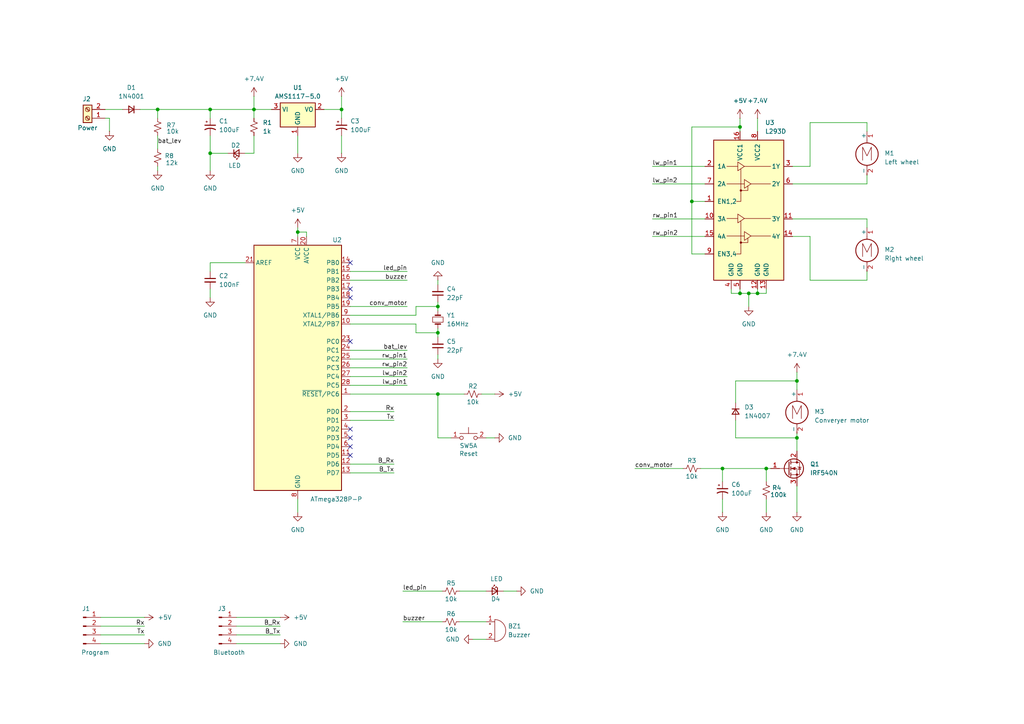
<source format=kicad_sch>
(kicad_sch (version 20231120) (generator "eeschema") (generator_version "8.0")
  (paper "A4")
  (lib_symbols
    (symbol "Connector:Conn_01x04_Pin" (pin_names (offset 1.016) hide)
      (property "Reference" "J" (at 0 5.08 0))
      (property "Value" "Conn_01x04_Pin" (at 0 -7.62 0))
      (symbol "Conn_01x04_Pin_1_1"
        (polyline (pts (xy 1.27 -5.08) (xy 0.8636 -5.08)) (stroke (width 0.1524)))
        (polyline (pts (xy 1.27 -2.54) (xy 0.8636 -2.54)) (stroke (width 0.1524)))
        (polyline (pts (xy 1.27 0) (xy 0.8636 0)) (stroke (width 0.1524)))
        (polyline (pts (xy 1.27 2.54) (xy 0.8636 2.54)) (stroke (width 0.1524)))
        (rectangle (start 0.8636 -4.953) (end 0 -5.207) (stroke (width 0.1524)) (fill (type outline)))
        (rectangle (start 0.8636 -2.413) (end 0 -2.667) (stroke (width 0.1524)) (fill (type outline)))
        (rectangle (start 0.8636 0.127) (end 0 -0.127) (stroke (width 0.1524)) (fill (type outline)))
        (rectangle (start 0.8636 2.667) (end 0 2.413) (stroke (width 0.1524)) (fill (type outline)))
        (pin passive line (at 5.08 2.54 180) (length 3.81) (name "Pin_1") (number "1"))
        (pin passive line (at 5.08 0 180) (length 3.81) (name "Pin_2") (number "2"))
        (pin passive line (at 5.08 -2.54 180) (length 3.81) (name "Pin_3") (number "3"))
        (pin passive line (at 5.08 -5.08 180) (length 3.81) (name "Pin_4") (number "4"))
      )
    )
    (symbol "Connector:Screw_Terminal_01x02" (pin_names (offset 1.016) hide)
      (property "Reference" "J" (at 0 2.54 0))
      (property "Value" "Screw_Terminal_01x02" (at 0 -5.08 0))
      (symbol "Screw_Terminal_01x02_1_1"
        (rectangle (start -1.27 1.27) (end 1.27 -3.81) (stroke (width 0.254)) (fill (type background)))
        (circle (center 0 -2.54) (radius 0.635) (stroke (width 0.1524)))
        (polyline (pts (xy -0.5334 -2.2098) (xy 0.3302 -3.048)) (stroke (width 0.1524)))
        (polyline (pts (xy -0.5334 0.3302) (xy 0.3302 -0.508)) (stroke (width 0.1524)))
        (polyline (pts (xy -0.3556 -2.032) (xy 0.508 -2.8702)) (stroke (width 0.1524)))
        (polyline (pts (xy -0.3556 0.508) (xy 0.508 -0.3302)) (stroke (width 0.1524)))
        (circle (center 0 0) (radius 0.635) (stroke (width 0.1524)))
        (pin passive line (at -5.08 0 0) (length 3.81) (name "Pin_1") (number "1"))
        (pin passive line (at -5.08 -2.54 0) (length 3.81) (name "Pin_2") (number "2"))
      )
    )
    (symbol "Device:Buzzer" (pin_names (offset 0.0254) hide)
      (property "Reference" "BZ" (at 3.81 1.27 0))
      (property "Value" "Buzzer" (at 3.81 -1.27 0))
      (symbol "Buzzer_0_1"
        (arc (start 0 -3.175) (mid 3.1612 0) (end 0 3.175))
        (polyline (pts (xy -1.651 1.905) (xy -1.143 1.905)))
        (polyline (pts (xy -1.397 2.159) (xy -1.397 1.651)))
        (polyline (pts (xy 0 3.175) (xy 0 -3.175)))
      )
      (symbol "Buzzer_1_1"
        (pin passive line (at -2.54 2.54 0) (length 2.54) (name "+") (number "1"))
        (pin passive line (at -2.54 -2.54 0) (length 2.54) (name "-") (number "2"))
      )
    )
    (symbol "Device:C_Polarized_Small_US" (pin_numbers hide) (pin_names (offset 0.254) hide)
      (property "Reference" "C" (at 0.254 1.778 0))
      (property "Value" "C_Polarized_Small_US" (at 0.254 -2.032 0))
      (symbol "C_Polarized_Small_US_0_1"
        (polyline (pts (xy -1.524 0.508) (xy 1.524 0.508)) (stroke (width 0.3048)))
        (polyline (pts (xy -1.27 1.524) (xy -0.762 1.524)))
        (polyline (pts (xy -1.016 1.27) (xy -1.016 1.778)))
        (arc (start 1.524 -0.762) (mid 0 -0.3734) (end -1.524 -0.762) (stroke (width 0.3048)))
      )
      (symbol "C_Polarized_Small_US_1_1"
        (pin passive line (at 0 2.54 270) (length 2.032) (name "~") (number "1"))
        (pin passive line (at 0 -2.54 90) (length 2.032) (name "~") (number "2"))
      )
    )
    (symbol "Device:C_Small" (pin_numbers hide) (pin_names (offset 0.254) hide)
      (property "Reference" "C" (at 0.254 1.778 0))
      (property "Value" "C_Small" (at 0.254 -2.032 0))
      (symbol "C_Small_0_1"
        (polyline (pts (xy -1.524 -0.508) (xy 1.524 -0.508)) (stroke (width 0.3302)))
        (polyline (pts (xy -1.524 0.508) (xy 1.524 0.508)) (stroke (width 0.3048)))
      )
      (symbol "C_Small_1_1"
        (pin passive line (at 0 2.54 270) (length 2.032) (name "~") (number "1"))
        (pin passive line (at 0 -2.54 90) (length 2.032) (name "~") (number "2"))
      )
    )
    (symbol "Device:Crystal_Small" (pin_numbers hide) (pin_names (offset 1.016) hide)
      (property "Reference" "Y" (at 0 2.54 0))
      (property "Value" "Crystal_Small" (at 0 -2.54 0))
      (symbol "Crystal_Small_0_1"
        (rectangle (start -0.762 -1.524) (end 0.762 1.524))
        (polyline (pts (xy -1.27 -0.762) (xy -1.27 0.762)) (stroke (width 0.381)))
        (polyline (pts (xy 1.27 -0.762) (xy 1.27 0.762)) (stroke (width 0.381)))
      )
      (symbol "Crystal_Small_1_1"
        (pin passive line (at -2.54 0 0) (length 1.27) (name "1") (number "1"))
        (pin passive line (at 2.54 0 180) (length 1.27) (name "2") (number "2"))
      )
    )
    (symbol "Device:D_Small" (pin_numbers hide) (pin_names (offset 0.254) hide)
      (property "Reference" "D" (at -1.27 2.032 0))
      (property "Value" "D_Small" (at -3.81 -2.032 0))
      (symbol "D_Small_0_1"
        (polyline (pts (xy -0.762 -1.016) (xy -0.762 1.016)) (stroke (width 0.254)))
        (polyline (pts (xy -0.762 0) (xy 0.762 0)))
        (polyline (pts (xy 0.762 -1.016) (xy -0.762 0) (xy 0.762 1.016) (xy 0.762 -1.016)) (stroke (width 0.254)))
      )
      (symbol "D_Small_1_1"
        (pin passive line (at -2.54 0 0) (length 1.778) (name "K") (number "1"))
        (pin passive line (at 2.54 0 180) (length 1.778) (name "A") (number "2"))
      )
    )
    (symbol "Device:LED_Small" (pin_numbers hide) (pin_names (offset 0.254) hide)
      (property "Reference" "D" (at -1.27 3.175 0))
      (property "Value" "LED_Small" (at -4.445 -2.54 0))
      (symbol "LED_Small_0_1"
        (polyline (pts (xy -0.762 -1.016) (xy -0.762 1.016)) (stroke (width 0.254)))
        (polyline (pts (xy 1.016 0) (xy -0.762 0)))
        (polyline (pts (xy 0.762 -1.016) (xy -0.762 0) (xy 0.762 1.016) (xy 0.762 -1.016)) (stroke (width 0.254)))
        (polyline (pts (xy 0 0.762) (xy -0.508 1.27) (xy -0.254 1.27) (xy -0.508 1.27) (xy -0.508 1.016)))
        (polyline (pts (xy 0.508 1.27) (xy 0 1.778) (xy 0.254 1.778) (xy 0 1.778) (xy 0 1.524)))
      )
      (symbol "LED_Small_1_1"
        (pin passive line (at -2.54 0 0) (length 1.778) (name "K") (number "1"))
        (pin passive line (at 2.54 0 180) (length 1.778) (name "A") (number "2"))
      )
    )
    (symbol "Device:R_Small_US" (pin_numbers hide) (pin_names (offset 0.254) hide)
      (property "Reference" "R" (at 0.762 0.508 0))
      (property "Value" "R_Small_US" (at 0.762 -1.016 0))
      (symbol "R_Small_US_1_1"
        (polyline (pts (xy 0 0) (xy 1.016 -0.381) (xy 0 -0.762) (xy -1.016 -1.143) (xy 0 -1.524)))
        (polyline (pts (xy 0 1.524) (xy 1.016 1.143) (xy 0 0.762) (xy -1.016 0.381) (xy 0 0)))
        (pin passive line (at 0 2.54 270) (length 1.016) (name "~") (number "1"))
        (pin passive line (at 0 -2.54 90) (length 1.016) (name "~") (number "2"))
      )
    )
    (symbol "Driver_Motor:L293D" (pin_names (offset 1.016))
      (property "Reference" "U" (at -5.08 26.035 0))
      (property "Value" "L293D" (at -5.08 24.13 0))
      (symbol "L293D_0_1"
        (rectangle (start -10.16 22.86) (end 10.16 -17.78) (stroke (width 0.254)) (fill (type background)))
        (circle (center -2.286 -6.858) (radius 0.254) (fill (type outline)))
        (circle (center -2.286 8.255) (radius 0.254) (fill (type outline)))
        (polyline (pts (xy -6.35 -4.953) (xy -1.27 -4.953)))
        (polyline (pts (xy -6.35 0.127) (xy -3.175 0.127)))
        (polyline (pts (xy -6.35 10.16) (xy -1.27 10.16)))
        (polyline (pts (xy -6.35 15.24) (xy -3.175 15.24)))
        (polyline (pts (xy -1.27 0.127) (xy 6.35 0.127)))
        (polyline (pts (xy -1.27 15.24) (xy 6.35 15.24)))
        (polyline (pts (xy 0.635 -4.953) (xy 6.35 -4.953)))
        (polyline (pts (xy 0.635 10.16) (xy 6.35 10.16)))
        (polyline (pts (xy -2.286 -6.858) (xy -0.254 -6.858) (xy -0.254 -5.588)))
        (polyline (pts (xy -2.286 -0.635) (xy -2.286 -10.16) (xy -3.556 -10.16)))
        (polyline (pts (xy -2.286 8.255) (xy -0.254 8.255) (xy -0.254 9.525)))
        (polyline (pts (xy -2.286 14.478) (xy -2.286 5.08) (xy -3.556 5.08)))
        (polyline (pts (xy -3.175 1.397) (xy -3.175 -1.143) (xy -1.27 0.127) (xy -3.175 1.397)))
        (polyline (pts (xy -3.175 16.51) (xy -3.175 13.97) (xy -1.27 15.24) (xy -3.175 16.51)))
        (polyline (pts (xy -1.27 -3.683) (xy -1.27 -6.223) (xy 0.635 -4.953) (xy -1.27 -3.683)))
        (polyline (pts (xy -1.27 11.43) (xy -1.27 8.89) (xy 0.635 10.16) (xy -1.27 11.43)))
      )
      (symbol "L293D_1_1"
        (pin input line (at -12.7 5.08 0) (length 2.54) (name "EN1,2") (number "1"))
        (pin input line (at -12.7 0 0) (length 2.54) (name "3A") (number "10"))
        (pin output line (at 12.7 0 180) (length 2.54) (name "3Y") (number "11"))
        (pin power_in line (at 2.54 -20.32 90) (length 2.54) (name "GND") (number "12"))
        (pin power_in line (at 5.08 -20.32 90) (length 2.54) (name "GND") (number "13"))
        (pin output line (at 12.7 -5.08 180) (length 2.54) (name "4Y") (number "14"))
        (pin input line (at -12.7 -5.08 0) (length 2.54) (name "4A") (number "15"))
        (pin power_in line (at -2.54 25.4 270) (length 2.54) (name "VCC1") (number "16"))
        (pin input line (at -12.7 15.24 0) (length 2.54) (name "1A") (number "2"))
        (pin output line (at 12.7 15.24 180) (length 2.54) (name "1Y") (number "3"))
        (pin power_in line (at -5.08 -20.32 90) (length 2.54) (name "GND") (number "4"))
        (pin power_in line (at -2.54 -20.32 90) (length 2.54) (name "GND") (number "5"))
        (pin output line (at 12.7 10.16 180) (length 2.54) (name "2Y") (number "6"))
        (pin input line (at -12.7 10.16 0) (length 2.54) (name "2A") (number "7"))
        (pin power_in line (at 2.54 25.4 270) (length 2.54) (name "VCC2") (number "8"))
        (pin input line (at -12.7 -10.16 0) (length 2.54) (name "EN3,4") (number "9"))
      )
    )
    (symbol "MCU_Microchip_ATmega:ATmega328P-P"
      (property "Reference" "U" (at -12.7 36.83 0))
      (property "Value" "ATmega328P-P" (at 2.54 -36.83 0))
      (symbol "ATmega328P-P_0_1"
        (rectangle (start -12.7 -35.56) (end 12.7 35.56) (stroke (width 0.254)) (fill (type background)))
      )
      (symbol "ATmega328P-P_1_1"
        (pin bidirectional line (at 15.24 -7.62 180) (length 2.54) (name "~{RESET}/PC6") (number "1"))
        (pin bidirectional line (at 15.24 12.7 180) (length 2.54) (name "XTAL2/PB7") (number "10"))
        (pin bidirectional line (at 15.24 -25.4 180) (length 2.54) (name "PD5") (number "11"))
        (pin bidirectional line (at 15.24 -27.94 180) (length 2.54) (name "PD6") (number "12"))
        (pin bidirectional line (at 15.24 -30.48 180) (length 2.54) (name "PD7") (number "13"))
        (pin bidirectional line (at 15.24 30.48 180) (length 2.54) (name "PB0") (number "14"))
        (pin bidirectional line (at 15.24 27.94 180) (length 2.54) (name "PB1") (number "15"))
        (pin bidirectional line (at 15.24 25.4 180) (length 2.54) (name "PB2") (number "16"))
        (pin bidirectional line (at 15.24 22.86 180) (length 2.54) (name "PB3") (number "17"))
        (pin bidirectional line (at 15.24 20.32 180) (length 2.54) (name "PB4") (number "18"))
        (pin bidirectional line (at 15.24 17.78 180) (length 2.54) (name "PB5") (number "19"))
        (pin bidirectional line (at 15.24 -12.7 180) (length 2.54) (name "PD0") (number "2"))
        (pin power_in line (at 2.54 38.1 270) (length 2.54) (name "AVCC") (number "20"))
        (pin passive line (at -15.24 30.48 0) (length 2.54) (name "AREF") (number "21"))
        (pin passive line (at 0 -38.1 90) (length 2.54) hide (name "GND") (number "22"))
        (pin bidirectional line (at 15.24 7.62 180) (length 2.54) (name "PC0") (number "23"))
        (pin bidirectional line (at 15.24 5.08 180) (length 2.54) (name "PC1") (number "24"))
        (pin bidirectional line (at 15.24 2.54 180) (length 2.54) (name "PC2") (number "25"))
        (pin bidirectional line (at 15.24 0 180) (length 2.54) (name "PC3") (number "26"))
        (pin bidirectional line (at 15.24 -2.54 180) (length 2.54) (name "PC4") (number "27"))
        (pin bidirectional line (at 15.24 -5.08 180) (length 2.54) (name "PC5") (number "28"))
        (pin bidirectional line (at 15.24 -15.24 180) (length 2.54) (name "PD1") (number "3"))
        (pin bidirectional line (at 15.24 -17.78 180) (length 2.54) (name "PD2") (number "4"))
        (pin bidirectional line (at 15.24 -20.32 180) (length 2.54) (name "PD3") (number "5"))
        (pin bidirectional line (at 15.24 -22.86 180) (length 2.54) (name "PD4") (number "6"))
        (pin power_in line (at 0 38.1 270) (length 2.54) (name "VCC") (number "7"))
        (pin power_in line (at 0 -38.1 90) (length 2.54) (name "GND") (number "8"))
        (pin bidirectional line (at 15.24 15.24 180) (length 2.54) (name "XTAL1/PB6") (number "9"))
      )
    )
    (symbol "Motor:Motor_DC" (pin_names (offset 0))
      (property "Reference" "M" (at 2.54 2.54 0))
      (property "Value" "Motor_DC" (at 2.54 -5.08 0))
      (symbol "Motor_DC_0_0"
        (polyline (pts (xy -1.27 -3.302) (xy -1.27 0.508) (xy 0 -2.032) (xy 1.27 0.508) (xy 1.27 -3.302)))
      )
      (symbol "Motor_DC_0_1"
        (circle (center 0 -1.524) (radius 3.2512) (stroke (width 0.254)))
        (polyline (pts (xy 0 -7.62) (xy 0 -7.112)))
        (polyline (pts (xy 0 -4.7752) (xy 0 -5.1816)))
        (polyline (pts (xy 0 1.7272) (xy 0 2.0828)))
        (polyline (pts (xy 0 2.032) (xy 0 2.54)))
      )
      (symbol "Motor_DC_1_1"
        (pin passive line (at 0 5.08 270) (length 2.54) (name "+") (number "1"))
        (pin passive line (at 0 -7.62 90) (length 2.54) (name "-") (number "2"))
      )
    )
    (symbol "Regulator_Linear:AMS1117-5.0"
      (property "Reference" "U" (at -3.81 3.175 0))
      (property "Value" "AMS1117-5.0" (at 0 3.175 0))
      (symbol "AMS1117-5.0_0_1"
        (rectangle (start -5.08 -5.08) (end 5.08 1.905) (stroke (width 0.254)) (fill (type background)))
      )
      (symbol "AMS1117-5.0_1_1"
        (pin power_in line (at 0 -7.62 90) (length 2.54) (name "GND") (number "1"))
        (pin power_out line (at 7.62 0 180) (length 2.54) (name "VO") (number "2"))
        (pin power_in line (at -7.62 0 0) (length 2.54) (name "VI") (number "3"))
      )
    )
    (symbol "Switch:SW_Push_Dual_x2" (pin_names (offset 1.016) hide)
      (property "Reference" "SW" (at 1.27 2.54 0))
      (property "Value" "SW_Push_Dual_x2" (at 0 -1.524 0))
      (symbol "SW_Push_Dual_x2_0_1"
        (circle (center -2.032 0) (radius 0.508))
        (polyline (pts (xy 0 1.27) (xy 0 3.048)))
        (polyline (pts (xy 2.54 1.27) (xy -2.54 1.27)))
        (circle (center 2.032 0) (radius 0.508))
      )
      (symbol "SW_Push_Dual_x2_1_1"
        (pin passive line (at -5.08 0 0) (length 2.54) (name "C") (number "1"))
        (pin passive line (at 5.08 0 180) (length 2.54) (name "D") (number "2"))
      )
      (symbol "SW_Push_Dual_x2_2_1"
        (pin passive line (at -5.08 0 0) (length 2.54) (name "C") (number "3"))
        (pin passive line (at 5.08 0 180) (length 2.54) (name "D") (number "4"))
      )
    )
    (symbol "Transistor_FET:IRF540N" (pin_names hide)
      (property "Reference" "Q" (at 5.08 1.905 0))
      (property "Value" "IRF540N" (at 5.08 0 0))
      (symbol "IRF540N_0_1"
        (polyline (pts (xy 0.254 0) (xy -2.54 0)))
        (polyline (pts (xy 0.254 1.905) (xy 0.254 -1.905)) (stroke (width 0.254)))
        (polyline (pts (xy 0.762 -1.27) (xy 0.762 -2.286)) (stroke (width 0.254)))
        (polyline (pts (xy 0.762 0.508) (xy 0.762 -0.508)) (stroke (width 0.254)))
        (polyline (pts (xy 0.762 2.286) (xy 0.762 1.27)) (stroke (width 0.254)))
        (polyline (pts (xy 2.54 2.54) (xy 2.54 1.778)))
        (polyline (pts (xy 2.54 -2.54) (xy 2.54 0) (xy 0.762 0)))
        (polyline (pts (xy 0.762 -1.778) (xy 3.302 -1.778) (xy 3.302 1.778) (xy 0.762 1.778)))
        (polyline (pts (xy 1.016 0) (xy 2.032 0.381) (xy 2.032 -0.381) (xy 1.016 0)) (fill (type outline)))
        (polyline (pts (xy 2.794 0.508) (xy 2.921 0.381) (xy 3.683 0.381) (xy 3.81 0.254)))
        (polyline (pts (xy 3.302 0.381) (xy 2.921 -0.254) (xy 3.683 -0.254) (xy 3.302 0.381)))
        (circle (center 1.651 0) (radius 2.794) (stroke (width 0.254)))
        (circle (center 2.54 -1.778) (radius 0.254) (fill (type outline)))
        (circle (center 2.54 1.778) (radius 0.254) (fill (type outline)))
      )
      (symbol "IRF540N_1_1"
        (pin input line (at -5.08 0 0) (length 2.54) (name "G") (number "1"))
        (pin passive line (at 2.54 5.08 270) (length 2.54) (name "D") (number "2"))
        (pin passive line (at 2.54 -5.08 90) (length 2.54) (name "S") (number "3"))
      )
    )
    (symbol "power:+12V" (power) (pin_numbers hide) (pin_names (offset 0) hide)
      (property "Value" "+12V" (at 0 3.556 0))
      (symbol "+12V_0_1"
        (polyline (pts (xy -0.762 1.27) (xy 0 2.54)))
        (polyline (pts (xy 0 0) (xy 0 2.54)))
        (polyline (pts (xy 0 2.54) (xy 0.762 1.27)))
      )
      (symbol "+12V_1_1"
        (pin power_in line (at 0 0 90) (length 0) (name "~") (number "1"))
      )
    )
    (symbol "power:+5V" (power) (pin_numbers hide) (pin_names (offset 0) hide)
      (property "Value" "+5V" (at 0 3.556 0))
      (symbol "+5V_0_1"
        (polyline (pts (xy -0.762 1.27) (xy 0 2.54)))
        (polyline (pts (xy 0 0) (xy 0 2.54)))
        (polyline (pts (xy 0 2.54) (xy 0.762 1.27)))
      )
      (symbol "+5V_1_1"
        (pin power_in line (at 0 0 90) (length 0) (name "~") (number "1"))
      )
    )
    (symbol "power:GND" (power) (pin_numbers hide) (pin_names (offset 0) hide)
      (property "Value" "GND" (at 0 -3.81 0))
      (symbol "GND_0_1"
        (polyline (pts (xy 0 0) (xy 0 -1.27) (xy 1.27 -1.27) (xy 0 -2.54) (xy -1.27 -1.27) (xy 0 -1.27)))
      )
      (symbol "GND_1_1"
        (pin power_in line (at 0 0 270) (length 0) (name "~") (number "1"))
      )
    )
  )
  (junction (at 86.36 67.31))
  (junction (at 219.71 85.09))
  (junction (at 99.06 31.75))
  (junction (at 73.66 31.75))
  (junction (at 45.72 31.75))
  (junction (at 231.14 110.49))
  (junction (at 127 96.52))
  (junction (at 60.96 44.45))
  (junction (at 209.55 135.89))
  (junction (at 127 114.3))
  (junction (at 200.66 58.42))
  (junction (at 217.17 85.09))
  (junction (at 60.96 31.75))
  (junction (at 222.25 135.89))
  (junction (at 214.63 85.09))
  (junction (at 127 88.9))
  (junction (at 214.63 36.83))
  (junction (at 231.14 127))
  (no_connect (at 101.6 129.54))
  (no_connect (at 101.6 83.82))
  (no_connect (at 101.6 127))
  (no_connect (at 101.6 124.46))
  (no_connect (at 101.6 99.06))
  (no_connect (at 101.6 76.2))
  (no_connect (at 101.6 132.08))
  (no_connect (at 101.6 86.36))
  (wire (pts (xy 101.6 109.22) (xy 118.11 109.22)))
  (wire (pts (xy 251.46 81.28) (xy 251.46 78.74)))
  (wire (pts (xy 189.23 53.34) (xy 204.47 53.34)))
  (wire (pts (xy 45.72 31.75) (xy 45.72 34.29)))
  (wire (pts (xy 137.16 185.42) (xy 140.97 185.42)))
  (wire (pts (xy 229.87 68.58) (xy 234.95 68.58)))
  (wire (pts (xy 214.63 34.29) (xy 214.63 36.83)))
  (wire (pts (xy 231.14 127) (xy 231.14 130.81)))
  (wire (pts (xy 203.2 135.89) (xy 209.55 135.89)))
  (wire (pts (xy 234.95 68.58) (xy 234.95 81.28)))
  (wire (pts (xy 127 95.25) (xy 127 96.52)))
  (wire (pts (xy 209.55 135.89) (xy 209.55 139.7)))
  (wire (pts (xy 86.36 144.78) (xy 86.36 148.59)))
  (wire (pts (xy 234.95 48.26) (xy 234.95 35.56)))
  (wire (pts (xy 234.95 35.56) (xy 251.46 35.56)))
  (wire (pts (xy 101.6 104.14) (xy 118.11 104.14)))
  (wire (pts (xy 116.84 180.34) (xy 128.27 180.34)))
  (wire (pts (xy 101.6 134.62) (xy 114.3 134.62)))
  (wire (pts (xy 223.52 135.89) (xy 222.25 135.89)))
  (wire (pts (xy 231.14 110.49) (xy 213.36 110.49)))
  (wire (pts (xy 101.6 114.3) (xy 127 114.3)))
  (wire (pts (xy 73.66 44.45) (xy 73.66 39.37)))
  (wire (pts (xy 71.12 44.45) (xy 73.66 44.45)))
  (wire (pts (xy 127 127) (xy 130.81 127)))
  (wire (pts (xy 99.06 31.75) (xy 99.06 34.29)))
  (wire (pts (xy 31.75 34.29) (xy 31.75 38.1)))
  (wire (pts (xy 86.36 67.31) (xy 86.36 66.04)))
  (wire (pts (xy 68.58 179.07) (xy 81.28 179.07)))
  (wire (pts (xy 231.14 140.97) (xy 231.14 148.59)))
  (wire (pts (xy 101.6 93.98) (xy 120.65 93.98)))
  (wire (pts (xy 101.6 101.6) (xy 118.11 101.6)))
  (wire (pts (xy 127 114.3) (xy 127 127)))
  (wire (pts (xy 127 88.9) (xy 127 90.17)))
  (wire (pts (xy 200.66 58.42) (xy 200.66 36.83)))
  (wire (pts (xy 133.35 180.34) (xy 140.97 180.34)))
  (wire (pts (xy 40.64 31.75) (xy 45.72 31.75)))
  (wire (pts (xy 200.66 36.83) (xy 214.63 36.83)))
  (wire (pts (xy 231.14 127) (xy 213.36 127)))
  (wire (pts (xy 101.6 78.74) (xy 118.11 78.74)))
  (wire (pts (xy 73.66 31.75) (xy 78.74 31.75)))
  (wire (pts (xy 189.23 48.26) (xy 204.47 48.26)))
  (wire (pts (xy 29.21 179.07) (xy 41.91 179.07)))
  (wire (pts (xy 45.72 39.37) (xy 45.72 43.18)))
  (wire (pts (xy 251.46 35.56) (xy 251.46 38.1)))
  (wire (pts (xy 60.96 76.2) (xy 60.96 78.74)))
  (wire (pts (xy 214.63 36.83) (xy 214.63 38.1)))
  (wire (pts (xy 217.17 88.9) (xy 217.17 85.09)))
  (wire (pts (xy 68.58 184.15) (xy 81.28 184.15)))
  (wire (pts (xy 127 88.9) (xy 120.65 88.9)))
  (wire (pts (xy 231.14 113.03) (xy 231.14 110.49)))
  (wire (pts (xy 73.66 31.75) (xy 73.66 34.29)))
  (wire (pts (xy 116.84 171.45) (xy 128.27 171.45)))
  (wire (pts (xy 101.6 91.44) (xy 120.65 91.44)))
  (wire (pts (xy 30.48 31.75) (xy 35.56 31.75)))
  (wire (pts (xy 229.87 63.5) (xy 251.46 63.5)))
  (wire (pts (xy 231.14 107.95) (xy 231.14 110.49)))
  (wire (pts (xy 99.06 27.94) (xy 99.06 31.75)))
  (wire (pts (xy 86.36 67.31) (xy 86.36 68.58)))
  (wire (pts (xy 140.97 127) (xy 143.51 127)))
  (wire (pts (xy 219.71 83.82) (xy 219.71 85.09)))
  (wire (pts (xy 45.72 48.26) (xy 45.72 49.53)))
  (wire (pts (xy 222.25 135.89) (xy 209.55 135.89)))
  (wire (pts (xy 189.23 63.5) (xy 204.47 63.5)))
  (wire (pts (xy 101.6 88.9) (xy 118.11 88.9)))
  (wire (pts (xy 200.66 73.66) (xy 204.47 73.66)))
  (wire (pts (xy 29.21 184.15) (xy 41.91 184.15)))
  (wire (pts (xy 251.46 63.5) (xy 251.46 66.04)))
  (wire (pts (xy 222.25 144.78) (xy 222.25 148.59)))
  (wire (pts (xy 127 102.87) (xy 127 104.14)))
  (wire (pts (xy 127 81.28) (xy 127 82.55)))
  (wire (pts (xy 30.48 34.29) (xy 31.75 34.29)))
  (wire (pts (xy 213.36 110.49) (xy 213.36 116.84)))
  (wire (pts (xy 68.58 186.69) (xy 81.28 186.69)))
  (wire (pts (xy 127 114.3) (xy 134.62 114.3)))
  (wire (pts (xy 229.87 48.26) (xy 234.95 48.26)))
  (wire (pts (xy 212.09 85.09) (xy 214.63 85.09)))
  (wire (pts (xy 71.12 76.2) (xy 60.96 76.2)))
  (wire (pts (xy 214.63 85.09) (xy 217.17 85.09)))
  (wire (pts (xy 60.96 44.45) (xy 60.96 39.37)))
  (wire (pts (xy 120.65 96.52) (xy 127 96.52)))
  (wire (pts (xy 60.96 44.45) (xy 60.96 49.53)))
  (wire (pts (xy 127 87.63) (xy 127 88.9)))
  (wire (pts (xy 66.04 44.45) (xy 60.96 44.45)))
  (wire (pts (xy 120.65 88.9) (xy 120.65 91.44)))
  (wire (pts (xy 101.6 81.28) (xy 118.11 81.28)))
  (wire (pts (xy 101.6 137.16) (xy 114.3 137.16)))
  (wire (pts (xy 60.96 31.75) (xy 60.96 34.29)))
  (wire (pts (xy 214.63 83.82) (xy 214.63 85.09)))
  (wire (pts (xy 101.6 119.38) (xy 114.3 119.38)))
  (wire (pts (xy 99.06 39.37) (xy 99.06 44.45)))
  (wire (pts (xy 217.17 85.09) (xy 219.71 85.09)))
  (wire (pts (xy 68.58 181.61) (xy 81.28 181.61)))
  (wire (pts (xy 200.66 58.42) (xy 200.66 73.66)))
  (wire (pts (xy 234.95 81.28) (xy 251.46 81.28)))
  (wire (pts (xy 88.9 67.31) (xy 86.36 67.31)))
  (wire (pts (xy 204.47 58.42) (xy 200.66 58.42)))
  (wire (pts (xy 251.46 53.34) (xy 251.46 50.8)))
  (wire (pts (xy 209.55 144.78) (xy 209.55 148.59)))
  (wire (pts (xy 101.6 121.92) (xy 114.3 121.92)))
  (wire (pts (xy 222.25 85.09) (xy 222.25 83.82)))
  (wire (pts (xy 101.6 111.76) (xy 118.11 111.76)))
  (wire (pts (xy 139.7 114.3) (xy 143.51 114.3)))
  (wire (pts (xy 45.72 31.75) (xy 60.96 31.75)))
  (wire (pts (xy 133.35 171.45) (xy 140.97 171.45)))
  (wire (pts (xy 88.9 68.58) (xy 88.9 67.31)))
  (wire (pts (xy 120.65 93.98) (xy 120.65 96.52)))
  (wire (pts (xy 222.25 135.89) (xy 222.25 139.7)))
  (wire (pts (xy 212.09 83.82) (xy 212.09 85.09)))
  (wire (pts (xy 29.21 181.61) (xy 41.91 181.61)))
  (wire (pts (xy 219.71 34.29) (xy 219.71 38.1)))
  (wire (pts (xy 229.87 53.34) (xy 251.46 53.34)))
  (wire (pts (xy 29.21 186.69) (xy 41.91 186.69)))
  (wire (pts (xy 189.23 68.58) (xy 204.47 68.58)))
  (wire (pts (xy 219.71 85.09) (xy 222.25 85.09)))
  (wire (pts (xy 93.98 31.75) (xy 99.06 31.75)))
  (wire (pts (xy 231.14 125.73) (xy 231.14 127)))
  (wire (pts (xy 60.96 83.82) (xy 60.96 86.36)))
  (wire (pts (xy 213.36 127) (xy 213.36 121.92)))
  (wire (pts (xy 60.96 31.75) (xy 73.66 31.75)))
  (wire (pts (xy 146.05 171.45) (xy 149.86 171.45)))
  (wire (pts (xy 73.66 27.94) (xy 73.66 31.75)))
  (wire (pts (xy 86.36 39.37) (xy 86.36 44.45)))
  (wire (pts (xy 184.15 135.89) (xy 198.12 135.89)))
  (wire (pts (xy 127 96.52) (xy 127 97.79)))
  (wire (pts (xy 101.6 106.68) (xy 118.11 106.68)))
  (label "rw_pin2" (at 189.23 68.58 0))
  (label "led_pin" (at 116.84 171.45 0))
  (label "led_pin" (at 118.11 78.74 180))
  (label "rw_pin1" (at 118.11 104.14 180))
  (label "buzzer" (at 118.11 81.28 180))
  (label "rw_pin2" (at 118.11 106.68 180))
  (label "B_Rx" (at 81.28 181.61 180))
  (label "bat_lev" (at 118.11 101.6 180))
  (label "conv_motor" (at 118.11 88.9 180))
  (label "conv_motor" (at 184.15 135.89 0))
  (label "buzzer" (at 116.84 180.34 0))
  (label "lw_pin1" (at 189.23 48.26 0))
  (label "lw_pin2" (at 189.23 53.34 0))
  (label "Tx" (at 114.3 121.92 180))
  (label "lw_pin1" (at 118.11 111.76 180))
  (label "Rx" (at 114.3 119.38 180))
  (label "Rx" (at 41.91 181.61 180))
  (label "rw_pin1" (at 189.23 63.5 0))
  (label "B_Tx" (at 81.28 184.15 180))
  (label "bat_lev" (at 45.72 41.91 0))
  (label "Tx" (at 41.91 184.15 180))
  (label "lw_pin2" (at 118.11 109.22 180))
  (label "B_Rx" (at 114.3 134.62 180))
  (label "B_Tx" (at 114.3 137.16 180))
  (symbol (lib_id "Device:Crystal_Small") (at 127 92.71 90) (unit 1)
    (property "Reference" "Y1" (at 129.54 91.4399 90) (effects (justify right)))
    (property "Value" "16MHz" (at 129.54 93.9799 90) (effects (justify right)))
    (property "Footprint" "Crystal:Crystal_HC50_Vertical" (effects (hide yes)))
    (property "Description" "Two pin crystal, small symbol" (effects (hide yes)))
  )
  (symbol (lib_id "Device:C_Small") (at 127 100.33 180) (unit 1)
    (property "Reference" "C5" (at 129.54 99.0535 0) (effects (justify right)))
    (property "Value" "22pF" (at 129.54 101.5935 0) (effects (justify right)))
    (property "Footprint" "Capacitor_THT:C_Disc_D3.0mm_W1.6mm_P2.50mm" (effects (hide yes)))
    (property "Description" "Unpolarized capacitor, small symbol" (effects (hide yes)))
  )
  (symbol (lib_id "power:+5V") (at 99.06 27.94 0) (unit 1)
    (property "Reference" "#PWR011" (effects (hide yes)))
    (property "Value" "+5V" (at 99.06 22.86 0))
    (property "Description" "Power symbol creates a global label with name \"+5V\"" (effects (hide yes)))
  )
  (symbol (lib_id "power:GND") (at 86.36 44.45 0) (unit 1)
    (property "Reference" "#PWR08" (effects (hide yes)))
    (property "Value" "GND" (at 86.36 49.53 0))
    (property "Description" "Power symbol creates a global label with name \"GND\" , ground" (effects (hide yes)))
  )
  (symbol (lib_id "Device:R_Small_US") (at 73.66 36.83 0) (unit 1)
    (property "Reference" "R1" (at 76.2 35.5599 0) (effects (justify left)))
    (property "Value" "1k" (at 76.2 38.0999 0) (effects (justify left)))
    (property "Footprint" "Resistor_THT:R_Axial_DIN0207_L6.3mm_D2.5mm_P10.16mm_Horizontal" (effects (hide yes)))
    (property "Description" "Resistor, small US symbol" (effects (hide yes)))
  )
  (symbol (lib_id "power:GND") (at 31.75 38.1 0) (unit 1)
    (property "Reference" "#PWR04" (effects (hide yes)))
    (property "Value" "GND" (at 31.75 43.18 0))
    (property "Description" "Power symbol creates a global label with name \"GND\" , ground" (effects (hide yes)))
  )
  (symbol (lib_id "Device:LED_Small") (at 68.58 44.45 0) (mirror x) (unit 1)
    (property "Reference" "D2" (at 68.326 42.164 0))
    (property "Value" "LED" (at 68.072 48.006 0))
    (property "Footprint" "LED_THT:LED_D3.0mm" (effects (hide yes)))
    (property "Description" "Light emitting diode, small symbol" (effects (hide yes)))
  )
  (symbol (lib_id "Device:R_Small_US") (at 222.25 142.24 180) (unit 1)
    (property "Reference" "R4" (at 225.298 141.478 0))
    (property "Value" "100k" (at 225.806 143.51 0))
    (property "Footprint" "Resistor_THT:R_Axial_DIN0207_L6.3mm_D2.5mm_P10.16mm_Horizontal" (effects (hide yes)))
    (property "Description" "Resistor, small US symbol" (effects (hide yes)))
  )
  (symbol (lib_id "power:GND") (at 127 81.28 180) (unit 1)
    (property "Reference" "#PWR013" (effects (hide yes)))
    (property "Value" "GND" (at 127 76.2 0))
    (property "Description" "Power symbol creates a global label with name \"GND\" , ground" (effects (hide yes)))
  )
  (symbol (lib_id "Device:R_Small_US") (at 130.81 180.34 90) (unit 1)
    (property "Reference" "R6" (at 130.81 178.054 90))
    (property "Value" "10k" (at 130.81 182.626 90))
    (property "Footprint" "Resistor_THT:R_Axial_DIN0207_L6.3mm_D2.5mm_P10.16mm_Horizontal" (effects (hide yes)))
    (property "Description" "Resistor, small US symbol" (effects (hide yes)))
  )
  (symbol (lib_id "power:+5V") (at 81.28 179.07 270) (unit 1)
    (property "Reference" "#PWR023" (effects (hide yes)))
    (property "Value" "+5V" (at 85.09 179.0699 90) (effects (justify left)))
    (property "Description" "Power symbol creates a global label with name \"+5V\"" (effects (hide yes)))
  )
  (symbol (lib_id "Transistor_FET:IRF540N") (at 228.6 135.89 0) (unit 1)
    (property "Reference" "Q1" (at 234.95 134.6199 0) (effects (justify left)))
    (property "Value" "IRF540N" (at 234.95 137.1599 0) (effects (justify left)))
    (property "Footprint" "Package_TO_SOT_THT:TO-220-3_Vertical" (effects (hide yes)))
    (property "Datasheet" "http://www.irf.com/product-info/datasheets/data/irf540n.pdf" (effects (hide yes)))
    (property "Description" "33A Id, 100V Vds, HEXFET N-Channel MOSFET, TO-220" (effects (hide yes)))
  )
  (symbol (lib_id "Device:C_Polarized_Small_US") (at 209.55 142.24 0) (unit 1)
    (property "Reference" "C6" (at 212.09 140.5381 0) (effects (justify left)))
    (property "Value" "100uF" (at 212.09 143.0781 0) (effects (justify left)))
    (property "Footprint" "Capacitor_THT:CP_Radial_D5.0mm_P2.50mm" (effects (hide yes)))
    (property "Description" "Polarized capacitor, small US symbol" (effects (hide yes)))
  )
  (symbol (lib_id "Connector:Conn_01x04_Pin") (at 63.5 181.61 0) (unit 1)
    (property "Reference" "J3" (at 65.532 176.53 0) (effects (justify right)))
    (property "Value" "Bluetooth" (at 71.12 189.23 0) (effects (justify right)))
    (property "Footprint" "Connector_PinHeader_2.54mm:PinHeader_1x04_P2.54mm_Vertical" (effects (hide yes)))
    (property "Description" "Generic connector, single row, 01x04, script generated" (effects (hide yes)))
  )
  (symbol (lib_id "power:GND") (at 231.14 148.59 0) (unit 1)
    (property "Reference" "#PWR017" (effects (hide yes)))
    (property "Value" "GND" (at 231.14 153.67 0))
    (property "Description" "Power symbol creates a global label with name \"GND\" , ground" (effects (hide yes)))
  )
  (symbol (lib_id "Regulator_Linear:AMS1117-5.0") (at 86.36 31.75 0) (unit 1)
    (property "Reference" "U1" (at 86.36 25.4 0))
    (property "Value" "AMS1117-5.0" (at 86.36 27.94 0))
    (property "Footprint" "Package_TO_SOT_SMD:SOT-223-3_TabPin2" (effects (hide yes)))
    (property "Datasheet" "http://www.advanced-monolithic.com/pdf/ds1117.pdf" (effects (hide yes)))
    (property "Description" "1A Low Dropout regulator, positive, 5.0V fixed output, SOT-223" (effects (hide yes)))
  )
  (symbol (lib_id "power:+5V") (at 41.91 179.07 270) (unit 1)
    (property "Reference" "#PWR02" (effects (hide yes)))
    (property "Value" "+5V" (at 45.72 179.0699 90) (effects (justify left)))
    (property "Description" "Power symbol creates a global label with name \"+5V\"" (effects (hide yes)))
  )
  (symbol (lib_id "power:GND") (at 222.25 148.59 0) (unit 1)
    (property "Reference" "#PWR019" (effects (hide yes)))
    (property "Value" "GND" (at 222.25 153.67 0))
    (property "Description" "Power symbol creates a global label with name \"GND\" , ground" (effects (hide yes)))
  )
  (symbol (lib_id "Device:R_Small_US") (at 137.16 114.3 90) (unit 1)
    (property "Reference" "R2" (at 137.16 112.014 90))
    (property "Value" "10k" (at 137.16 116.586 90))
    (property "Footprint" "Resistor_THT:R_Axial_DIN0207_L6.3mm_D2.5mm_P10.16mm_Horizontal" (effects (hide yes)))
    (property "Description" "Resistor, small US symbol" (effects (hide yes)))
  )
  (symbol (lib_id "Device:R_Small_US") (at 45.72 45.72 0) (unit 1)
    (property "Reference" "R8" (at 47.752 45.212 0) (effects (justify left)))
    (property "Value" "12k" (at 48.006 47.244 0) (effects (justify left)))
    (property "Footprint" "Resistor_THT:R_Axial_DIN0207_L6.3mm_D2.5mm_P10.16mm_Horizontal" (effects (hide yes)))
    (property "Description" "Resistor, small US symbol" (effects (hide yes)))
  )
  (symbol (lib_id "power:+12V") (at 73.66 27.94 0) (unit 1)
    (property "Reference" "#PWR07" (effects (hide yes)))
    (property "Value" "+7.4V" (at 73.66 22.86 0))
    (property "Description" "Power symbol creates a global label with name \"+12V\"" (effects (hide yes)))
  )
  (symbol (lib_id "Device:R_Small_US") (at 45.72 36.83 0) (unit 1)
    (property "Reference" "R7" (at 48.26 36.322 0) (effects (justify left)))
    (property "Value" "10k" (at 48.26 38.0999 0) (effects (justify left)))
    (property "Footprint" "Resistor_THT:R_Axial_DIN0207_L6.3mm_D2.5mm_P10.16mm_Horizontal" (effects (hide yes)))
    (property "Description" "Resistor, small US symbol" (effects (hide yes)))
  )
  (symbol (lib_id "Device:C_Small") (at 60.96 81.28 0) (unit 1)
    (property "Reference" "C2" (at 63.5 80.0162 0) (effects (justify left)))
    (property "Value" "100nF" (at 63.5 82.5562 0) (effects (justify left)))
    (property "Footprint" "Capacitor_THT:C_Disc_D3.0mm_W1.6mm_P2.50mm" (effects (hide yes)))
    (property "Description" "Unpolarized capacitor, small symbol" (effects (hide yes)))
  )
  (symbol (lib_id "Device:D_Small") (at 38.1 31.75 180) (unit 1)
    (property "Reference" "D1" (at 38.1 25.4 0))
    (property "Value" "1N4001" (at 38.1 27.94 0))
    (property "Footprint" "Diode_THT:D_A-405_P10.16mm_Horizontal" (effects (hide yes)))
    (property "Description" "Diode, small symbol" (effects (hide yes)))
    (property "Sim.Device" "D" (effects (hide yes)))
    (property "Sim.Pins" "1=K 2=A" (effects (hide yes)))
  )
  (symbol (lib_id "Connector:Screw_Terminal_01x02") (at 25.4 34.29 180) (unit 1)
    (property "Reference" "J2" (at 25.146 28.702 0))
    (property "Value" "Power" (at 25.4 37.084 0))
    (property "Footprint" "TerminalBlock:TerminalBlock_bornier-2_P5.08mm" (effects (hide yes)))
    (property "Description" "Generic screw terminal, single row, 01x02, script generated (kicad-library-utils/schlib/autogen/connector/)" (effects (hide yes)))
  )
  (symbol (lib_id "power:GND") (at 60.96 86.36 0) (unit 1)
    (property "Reference" "#PWR06" (effects (hide yes)))
    (property "Value" "GND" (at 60.96 91.44 0))
    (property "Description" "Power symbol creates a global label with name \"GND\" , ground" (effects (hide yes)))
  )
  (symbol (lib_id "Connector:Conn_01x04_Pin") (at 24.13 181.61 0) (unit 1)
    (property "Reference" "J1" (at 26.162 176.53 0) (effects (justify right)))
    (property "Value" "Program" (at 31.75 189.23 0) (effects (justify right)))
    (property "Footprint" "Connector_PinHeader_2.54mm:PinHeader_1x04_P2.54mm_Vertical" (effects (hide yes)))
    (property "Description" "Generic connector, single row, 01x04, script generated" (effects (hide yes)))
  )
  (symbol (lib_id "power:+5V") (at 86.36 66.04 0) (unit 1)
    (property "Reference" "#PWR09" (effects (hide yes)))
    (property "Value" "+5V" (at 86.36 60.96 0))
    (property "Description" "Power symbol creates a global label with name \"+5V\"" (effects (hide yes)))
  )
  (symbol (lib_id "Switch:SW_Push_Dual_x2") (at 135.89 127 0) (unit 1)
    (property "Reference" "SW5" (at 135.89 129.286 0))
    (property "Value" "Reset" (at 135.89 131.572 0))
    (property "Footprint" "Button_Switch_THT:SW_PUSH_6mm" (effects (hide yes)))
    (property "Description" "Push button switch, generic, separate symbols, four pins" (effects (hide yes)))
  )
  (symbol (lib_id "Device:LED_Small") (at 143.51 171.45 0) (mirror y) (unit 1)
    (property "Reference" "D4" (at 143.764 173.736 0))
    (property "Value" "LED" (at 144.018 167.894 0))
    (property "Footprint" "LED_THT:LED_D3.0mm" (effects (hide yes)))
    (property "Description" "Light emitting diode, small symbol" (effects (hide yes)))
  )
  (symbol (lib_id "power:+12V") (at 231.14 107.95 0) (unit 1)
    (property "Reference" "#PWR01" (effects (hide yes)))
    (property "Value" "+7.4V" (at 231.14 102.87 0))
    (property "Description" "Power symbol creates a global label with name \"+12V\"" (effects (hide yes)))
  )
  (symbol (lib_id "power:GND") (at 127 104.14 0) (unit 1)
    (property "Reference" "#PWR014" (effects (hide yes)))
    (property "Value" "GND" (at 127 109.22 0))
    (property "Description" "Power symbol creates a global label with name \"GND\" , ground" (effects (hide yes)))
  )
  (symbol (lib_id "power:+5V") (at 143.51 114.3 270) (unit 1)
    (property "Reference" "#PWR015" (effects (hide yes)))
    (property "Value" "+5V" (at 147.32 114.2999 90) (effects (justify left)))
    (property "Description" "Power symbol creates a global label with name \"+5V\"" (effects (hide yes)))
  )
  (symbol (lib_id "power:GND") (at 45.72 49.53 0) (unit 1)
    (property "Reference" "#PWR027" (effects (hide yes)))
    (property "Value" "GND" (at 45.72 54.61 0))
    (property "Description" "Power symbol creates a global label with name \"GND\" , ground" (effects (hide yes)))
  )
  (symbol (lib_id "MCU_Microchip_ATmega:ATmega328P-P") (at 86.36 106.68 0) (unit 1)
    (property "Reference" "U2" (at 97.79 69.596 0))
    (property "Value" "ATmega328P-P" (at 97.536 144.78 0))
    (property "Footprint" "Package_DIP:DIP-28_W7.62mm_LongPads" (effects (hide yes)))
    (property "Datasheet" "http://ww1.microchip.com/downloads/en/DeviceDoc/ATmega328_P%20AVR%20MCU%20with%20picoPower%20Technology%20Data%20Sheet%2040001984A.pdf" (effects (hide yes)))
    (property "Description" "20MHz, 32kB Flash, 2kB SRAM, 1kB EEPROM, DIP-28" (effects (hide yes)))
  )
  (symbol (lib_id "power:GND") (at 137.16 185.42 270) (unit 1)
    (property "Reference" "#PWR026" (effects (hide yes)))
    (property "Value" "GND" (at 133.35 185.4199 90) (effects (justify right)))
    (property "Description" "Power symbol creates a global label with name \"GND\" , ground" (effects (hide yes)))
  )
  (symbol (lib_id "power:GND") (at 143.51 127 90) (unit 1)
    (property "Reference" "#PWR016" (effects (hide yes)))
    (property "Value" "GND" (at 147.32 126.9999 90) (effects (justify right)))
    (property "Description" "Power symbol creates a global label with name \"GND\" , ground" (effects (hide yes)))
  )
  (symbol (lib_id "power:GND") (at 149.86 171.45 90) (unit 1)
    (property "Reference" "#PWR025" (effects (hide yes)))
    (property "Value" "GND" (at 153.67 171.4499 90) (effects (justify right)))
    (property "Description" "Power symbol creates a global label with name \"GND\" , ground" (effects (hide yes)))
  )
  (symbol (lib_id "Motor:Motor_DC") (at 251.46 43.18 0) (unit 1)
    (property "Reference" "M1" (at 256.54 44.4499 0) (effects (justify left)))
    (property "Value" "Left wheel" (at 256.54 46.9899 0) (effects (justify left)))
    (property "Footprint" "TerminalBlock:TerminalBlock_bornier-2_P5.08mm" (effects (hide yes)))
    (property "Description" "DC Motor" (effects (hide yes)))
  )
  (symbol (lib_id "Device:C_Small") (at 127 85.09 180) (unit 1)
    (property "Reference" "C4" (at 129.54 83.8135 0) (effects (justify right)))
    (property "Value" "22pF" (at 129.54 86.3535 0) (effects (justify right)))
    (property "Footprint" "Capacitor_THT:C_Disc_D3.0mm_W1.6mm_P2.50mm" (effects (hide yes)))
    (property "Description" "Unpolarized capacitor, small symbol" (effects (hide yes)))
  )
  (symbol (lib_id "power:GND") (at 81.28 186.69 90) (unit 1)
    (property "Reference" "#PWR024" (effects (hide yes)))
    (property "Value" "GND" (at 85.09 186.6899 90) (effects (justify right)))
    (property "Description" "Power symbol creates a global label with name \"GND\" , ground" (effects (hide yes)))
  )
  (symbol (lib_id "power:+12V") (at 219.71 34.29 0) (unit 1)
    (property "Reference" "#PWR022" (effects (hide yes)))
    (property "Value" "+7.4V" (at 219.71 29.21 0))
    (property "Description" "Power symbol creates a global label with name \"+12V\"" (effects (hide yes)))
  )
  (symbol (lib_id "power:GND") (at 60.96 49.53 0) (unit 1)
    (property "Reference" "#PWR05" (effects (hide yes)))
    (property "Value" "GND" (at 60.96 54.61 0))
    (property "Description" "Power symbol creates a global label with name \"GND\" , ground" (effects (hide yes)))
  )
  (symbol (lib_id "power:GND") (at 41.91 186.69 90) (unit 1)
    (property "Reference" "#PWR03" (effects (hide yes)))
    (property "Value" "GND" (at 45.72 186.6899 90) (effects (justify right)))
    (property "Description" "Power symbol creates a global label with name \"GND\" , ground" (effects (hide yes)))
  )
  (symbol (lib_id "power:GND") (at 209.55 148.59 0) (unit 1)
    (property "Reference" "#PWR020" (effects (hide yes)))
    (property "Value" "GND" (at 209.55 153.67 0))
    (property "Description" "Power symbol creates a global label with name \"GND\" , ground" (effects (hide yes)))
  )
  (symbol (lib_id "Motor:Motor_DC") (at 251.46 71.12 0) (unit 1)
    (property "Reference" "M2" (at 256.54 72.3899 0) (effects (justify left)))
    (property "Value" "Right wheel" (at 256.54 74.9299 0) (effects (justify left)))
    (property "Footprint" "TerminalBlock:TerminalBlock_bornier-2_P5.08mm" (effects (hide yes)))
    (property "Description" "DC Motor" (effects (hide yes)))
  )
  (symbol (lib_id "power:+5V") (at 214.63 34.29 0) (unit 1)
    (property "Reference" "#PWR018" (effects (hide yes)))
    (property "Value" "+5V" (at 214.63 29.21 0))
    (property "Description" "Power symbol creates a global label with name \"+5V\"" (effects (hide yes)))
  )
  (symbol (lib_id "Device:C_Polarized_Small_US") (at 60.96 36.83 0) (unit 1)
    (property "Reference" "C1" (at 63.5 35.1281 0) (effects (justify left)))
    (property "Value" "100uF" (at 63.5 37.6681 0) (effects (justify left)))
    (property "Footprint" "Capacitor_THT:CP_Radial_D5.0mm_P2.50mm" (effects (hide yes)))
    (property "Description" "Polarized capacitor, small US symbol" (effects (hide yes)))
  )
  (symbol (lib_id "Device:C_Polarized_Small_US") (at 99.06 36.83 0) (unit 1)
    (property "Reference" "C3" (at 101.6 35.1281 0) (effects (justify left)))
    (property "Value" "100uF" (at 101.6 37.6681 0) (effects (justify left)))
    (property "Footprint" "Capacitor_THT:CP_Radial_D5.0mm_P2.50mm" (effects (hide yes)))
    (property "Description" "Polarized capacitor, small US symbol" (effects (hide yes)))
  )
  (symbol (lib_id "Driver_Motor:L293D") (at 217.17 63.5 0) (unit 1)
    (property "Reference" "U3" (at 221.9041 35.56 0) (effects (justify left)))
    (property "Value" "L293D" (at 221.9041 38.1 0) (effects (justify left)))
    (property "Footprint" "Package_DIP:DIP-16_W7.62mm_Socket_LongPads" (effects (hide yes)))
    (property "Datasheet" "http://www.ti.com/lit/ds/symlink/l293.pdf" (effects (hide yes)))
    (property "Description" "Quadruple Half-H Drivers" (effects (hide yes)))
  )
  (symbol (lib_id "Device:R_Small_US") (at 200.66 135.89 90) (unit 1)
    (property "Reference" "R3" (at 200.66 133.604 90))
    (property "Value" "10k" (at 200.66 138.176 90))
    (property "Footprint" "Resistor_THT:R_Axial_DIN0207_L6.3mm_D2.5mm_P10.16mm_Horizontal" (effects (hide yes)))
    (property "Description" "Resistor, small US symbol" (effects (hide yes)))
  )
  (symbol (lib_id "Device:R_Small_US") (at 130.81 171.45 90) (unit 1)
    (property "Reference" "R5" (at 130.81 169.164 90))
    (property "Value" "10k" (at 130.81 173.736 90))
    (property "Footprint" "Resistor_THT:R_Axial_DIN0207_L6.3mm_D2.5mm_P10.16mm_Horizontal" (effects (hide yes)))
    (property "Description" "Resistor, small US symbol" (effects (hide yes)))
  )
  (symbol (lib_id "Device:D_Small") (at 213.36 119.38 270) (unit 1)
    (property "Reference" "D3" (at 215.9 118.1099 90) (effects (justify left)))
    (property "Value" "1N4007" (at 215.9 120.6499 90) (effects (justify left)))
    (property "Footprint" "Diode_THT:D_A-405_P10.16mm_Horizontal" (effects (hide yes)))
    (property "Description" "Diode, small symbol" (effects (hide yes)))
    (property "Sim.Device" "D" (effects (hide yes)))
    (property "Sim.Pins" "1=K 2=A" (effects (hide yes)))
  )
  (symbol (lib_id "Motor:Motor_DC") (at 231.14 118.11 0) (unit 1)
    (property "Reference" "M3" (at 236.22 119.3799 0) (effects (justify left)))
    (property "Value" "Converyer motor" (at 236.22 121.9199 0) (effects (justify left)))
    (property "Footprint" "TerminalBlock:TerminalBlock_bornier-2_P5.08mm" (effects (hide yes)))
    (property "Description" "DC Motor" (effects (hide yes)))
  )
  (symbol (lib_id "power:GND") (at 99.06 44.45 0) (unit 1)
    (property "Reference" "#PWR012" (effects (hide yes)))
    (property "Value" "GND" (at 99.06 49.53 0))
    (property "Description" "Power symbol creates a global label with name \"GND\" , ground" (effects (hide yes)))
  )
  (symbol (lib_id "Device:Buzzer") (at 143.51 182.88 0) (unit 1)
    (property "Reference" "BZ1" (at 147.32 181.6099 0) (effects (justify left)))
    (property "Value" "Buzzer" (at 147.32 184.1499 0) (effects (justify left)))
    (property "Footprint" "Buzzer_Beeper:Buzzer_12x9.5RM7.6" (effects (hide yes)))
    (property "Description" "Buzzer, polarized" (effects (hide yes)))
  )
  (symbol (lib_id "power:GND") (at 217.17 88.9 0) (unit 1)
    (property "Reference" "#PWR021" (effects (hide yes)))
    (property "Value" "GND" (at 217.17 93.98 0))
    (property "Description" "Power symbol creates a global label with name \"GND\" , ground" (effects (hide yes)))
  )
  (symbol (lib_id "power:GND") (at 86.36 148.59 0) (unit 1)
    (property "Reference" "#PWR010" (effects (hide yes)))
    (property "Value" "GND" (at 86.36 153.67 0))
    (property "Description" "Power symbol creates a global label with name \"GND\" , ground" (effects (hide yes)))
  )
)
</source>
